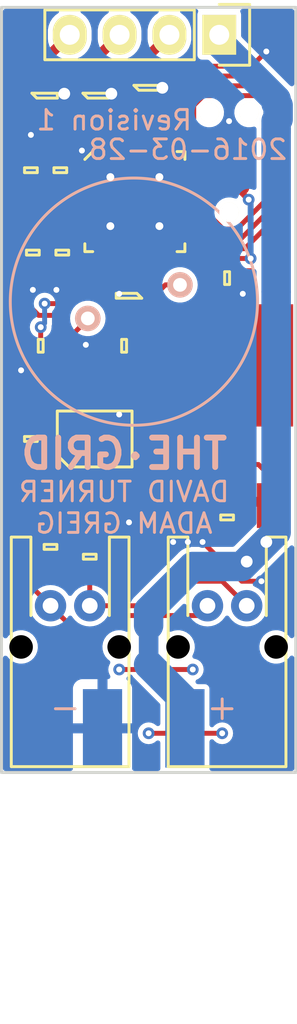
<source format=kicad_pcb>
(kicad_pcb (version 20221018) (generator pcbnew)
  (layers (0 "F.Cu" signal) (31 "B.Cu" signal) (34 "B.Paste" user) (35 "F.Paste" user) (36 "B.SilkS" user "B.Silkscreen") (37 "F.SilkS" user "F.Silkscreen") (38 "B.Mask" user) (39 "F.Mask" user) (44 "Edge.Cuts" user))
  (net 0 "")
  (net 1 "GND")
  (net 2 "+3V3")
  (net 3 "+12V")
  (net 4 "/BUS")
  (net 5 "/BUS_A")
  (net 6 "/BUS_B")
  (net 7 "/SWDIO")
  (net 8 "/SWDCLK")
  (net 9 "/DRIVE_R")
  (net 10 "/DRIVE_G")
  (net 11 "/DRIVE_B")
  (net 12 "Net-(Q4-Pad3)")
  (net 13 "/PIEZO")
  (net 14 "/LED_R")
  (net 15 "/LED_G")
  (net 16 "/LED_B")
  (net 17 "Net-(IC2-Pad4)")
  (net 18 "Net-(IC1-Pad3)")
  (footprint "agg:0603" (layer "F.Cu") (at 118 93.25)
    (fp_text reference "C1" hide)
    (fp_text value "100n" hide)
    (fp_line (start -0.125 -0.325) (end 0.125 -0.325) (stroke (width 0.15)) (layer "F.SilkS"))
    (fp_line (start -0.125 0.325) (end -0.125 -0.325) (stroke (width 0.15)) (layer "F.SilkS"))
    (fp_line (start 0.125 -0.325) (end 0.125 0.325) (stroke (width 0.15)) (layer "F.SilkS"))
    (fp_line (start 0.125 0.325) (end -0.125 0.325) (stroke (width 0.15)) (layer "F.SilkS"))
    (pad "1" smd rect (at -0.8 0) (size 0.95 1) (layers "F.Cu" "F.Paste" "F.Mask") (net 1 "GND"))
    (pad "2" smd rect (at 0.8 0) (size 0.95 1) (layers "F.Cu" "F.Paste" "F.Mask") (net 2 "+3V3"))
  )
  (footprint "agg:0603" (layer "F.Cu") (at 117.5 84.3 90)
    (fp_text reference "C2" hide)
    (fp_text value "4u7" hide)
    (fp_line (start -0.125 -0.325) (end 0.125 -0.325) (stroke (width 0.15)) (layer "F.SilkS"))
    (fp_line (start -0.125 0.325) (end -0.125 -0.325) (stroke (width 0.15)) (layer "F.SilkS"))
    (fp_line (start 0.125 -0.325) (end 0.125 0.325) (stroke (width 0.15)) (layer "F.SilkS"))
    (fp_line (start 0.125 0.325) (end -0.125 0.325) (stroke (width 0.15)) (layer "F.SilkS"))
    (pad "1" smd rect (at -0.8 0 90) (size 0.95 1) (layers "F.Cu" "F.Paste" "F.Mask") (net 2 "+3V3"))
    (pad "2" smd rect (at 0.8 0 90) (size 0.95 1) (layers "F.Cu" "F.Paste" "F.Mask") (net 1 "GND"))
  )
  (footprint "agg:0603" (layer "F.Cu") (at 119 84.3 90)
    (fp_text reference "C3" hide)
    (fp_text value "100n" hide)
    (fp_line (start -0.125 -0.325) (end 0.125 -0.325) (stroke (width 0.15)) (layer "F.SilkS"))
    (fp_line (start -0.125 0.325) (end -0.125 -0.325) (stroke (width 0.15)) (layer "F.SilkS"))
    (fp_line (start 0.125 -0.325) (end 0.125 0.325) (stroke (width 0.15)) (layer "F.SilkS"))
    (fp_line (start 0.125 0.325) (end -0.125 0.325) (stroke (width 0.15)) (layer "F.SilkS"))
    (pad "1" smd rect (at -0.8 0 90) (size 0.95 1) (layers "F.Cu" "F.Paste" "F.Mask") (net 2 "+3V3"))
    (pad "2" smd rect (at 0.8 0 90) (size 0.95 1) (layers "F.Cu" "F.Paste" "F.Mask") (net 1 "GND"))
  )
  (footprint "agg:0603" (layer "F.Cu") (at 119.1 88.5 -90)
    (fp_text reference "C4" hide)
    (fp_text value "10n" hide)
    (fp_line (start -0.125 -0.325) (end 0.125 -0.325) (stroke (width 0.15)) (layer "F.SilkS"))
    (fp_line (start -0.125 0.325) (end -0.125 -0.325) (stroke (width 0.15)) (layer "F.SilkS"))
    (fp_line (start 0.125 -0.325) (end 0.125 0.325) (stroke (width 0.15)) (layer "F.SilkS"))
    (fp_line (start 0.125 0.325) (end -0.125 0.325) (stroke (width 0.15)) (layer "F.SilkS"))
    (pad "1" smd rect (at -0.8 0 270) (size 0.95 1) (layers "F.Cu" "F.Paste" "F.Mask") (net 2 "+3V3"))
    (pad "2" smd rect (at 0.8 0 270) (size 0.95 1) (layers "F.Cu" "F.Paste" "F.Mask") (net 1 "GND"))
  )
  (footprint "agg:0603" (layer "F.Cu") (at 127.5 89.8)
    (fp_text reference "C5" hide)
    (fp_text value "100n" hide)
    (fp_line (start -0.125 -0.325) (end 0.125 -0.325) (stroke (width 0.15)) (layer "F.SilkS"))
    (fp_line (start -0.125 0.325) (end -0.125 -0.325) (stroke (width 0.15)) (layer "F.SilkS"))
    (fp_line (start 0.125 -0.325) (end 0.125 0.325) (stroke (width 0.15)) (layer "F.SilkS"))
    (fp_line (start 0.125 0.325) (end -0.125 0.325) (stroke (width 0.15)) (layer "F.SilkS"))
    (pad "1" smd rect (at -0.8 0) (size 0.95 1) (layers "F.Cu" "F.Paste" "F.Mask") (net 2 "+3V3"))
    (pad "2" smd rect (at 0.8 0) (size 0.95 1) (layers "F.Cu" "F.Paste" "F.Mask") (net 1 "GND"))
  )
  (footprint "agg:0603" (layer "F.Cu") (at 127.5 102 -90)
    (fp_text reference "C6" hide)
    (fp_text value "100n" hide)
    (fp_line (start -0.125 -0.325) (end 0.125 -0.325) (stroke (width 0.15)) (layer "F.SilkS"))
    (fp_line (start -0.125 0.325) (end -0.125 -0.325) (stroke (width 0.15)) (layer "F.SilkS"))
    (fp_line (start 0.125 -0.325) (end 0.125 0.325) (stroke (width 0.15)) (layer "F.SilkS"))
    (fp_line (start 0.125 0.325) (end -0.125 0.325) (stroke (width 0.15)) (layer "F.SilkS"))
    (pad "1" smd rect (at -0.8 0 270) (size 0.95 1) (layers "F.Cu" "F.Paste" "F.Mask") (net 3 "+12V"))
    (pad "2" smd rect (at 0.8 0 270) (size 0.95 1) (layers "F.Cu" "F.Paste" "F.Mask") (net 1 "GND"))
  )
  (footprint "agg:0603" (layer "F.Cu") (at 122.25 93.25 180)
    (fp_text reference "C7" hide)
    (fp_text value "10u" hide)
    (fp_line (start -0.125 -0.325) (end 0.125 -0.325) (stroke (width 0.15)) (layer "F.SilkS"))
    (fp_line (start -0.125 0.325) (end -0.125 -0.325) (stroke (width 0.15)) (layer "F.SilkS"))
    (fp_line (start 0.125 -0.325) (end 0.125 0.325) (stroke (width 0.15)) (layer "F.SilkS"))
    (fp_line (start 0.125 0.325) (end -0.125 0.325) (stroke (width 0.15)) (layer "F.SilkS"))
    (pad "1" smd rect (at -0.8 0 180) (size 0.95 1) (layers "F.Cu" "F.Paste" "F.Mask") (net 2 "+3V3"))
    (pad "2" smd rect (at 0.8 0 180) (size 0.95 1) (layers "F.Cu" "F.Paste" "F.Mask") (net 1 "GND"))
  )
  (footprint "SOIC-8" (layer "F.Cu") (at 120.75 98 90)
    (fp_text reference "IC1" hide)
    (fp_text value "LMx93" hide)
    (fp_line (start -1.425 -1.305) (end -0.825 -1.905) (stroke (width 0.15)) (layer "F.SilkS"))
    (fp_line (start -1.425 1.905) (end -1.425 -1.305) (stroke (width 0.15)) (layer "F.SilkS"))
    (fp_line (start -0.825 -1.905) (end 1.425 -1.905) (stroke (width 0.15)) (layer "F.SilkS"))
    (fp_line (start 1.425 -1.905) (end 1.425 1.905) (stroke (width 0.15)) (layer "F.SilkS"))
    (fp_line (start 1.425 1.905) (end -1.425 1.905) (stroke (width 0.15)) (layer "F.SilkS"))
    (pad "1" smd rect (at -2.7 -1.905 90) (size 1.55 0.6) (layers "F.Cu" "F.Paste" "F.Mask") (net 4 "/BUS"))
    (pad "2" smd rect (at -2.7 -0.635 90) (size 1.55 0.6) (layers "F.Cu" "F.Paste" "F.Mask") (net 5 "/BUS_A"))
    (pad "3" smd rect (at -2.7 0.635 90) (size 1.55 0.6) (layers "F.Cu" "F.Paste" "F.Mask") (net 18 "Net-(IC1-Pad3)"))
    (pad "4" smd rect (at -2.7 1.905 90) (size 1.55 0.6) (layers "F.Cu" "F.Paste" "F.Mask") (net 1 "GND"))
    (pad "5" smd rect (at 2.7 1.905 90) (size 1.55 0.6) (layers "F.Cu" "F.Paste" "F.Mask") (net 1 "GND"))
    (pad "6" smd rect (at 2.7 0.635 90) (size 1.55 0.6) (layers "F.Cu" "F.Paste" "F.Mask") (net 1 "GND"))
    (pad "7" smd rect (at 2.7 -0.635 90) (size 1.55 0.6) (layers "F.Cu" "F.Paste" "F.Mask"))
    (pad "8" smd rect (at 2.7 -1.905 90) (size 1.55 0.6) (layers "F.Cu" "F.Paste" "F.Mask") (net 2 "+3V3"))
  )
  (footprint "agg:S02B-PASK-2" (layer "F.Cu") (at 119.5 106.5 180)
    (fp_text reference "P2" hide)
    (fp_text value "BUS_IN" hide)
    (fp_line (start -3 -8.2) (end -3 3.5) (stroke (width 0.15)) (layer "F.SilkS"))
    (fp_line (start -3 -8.2) (end 3 -8.2) (stroke (width 0.15)) (layer "F.SilkS"))
    (fp_line (start -3 3.5) (end -2 3.5) (stroke (width 0.15)) (layer "F.SilkS"))
    (fp_line (start -2 3.5) (end -2 -0.5) (stroke (width 0.15)) (layer "F.SilkS"))
    (fp_line (start 2 3.5) (end 2 -0.5) (stroke (width 0.15)) (layer "F.SilkS"))
    (fp_line (start 3 -8.2) (end 3 3.5) (stroke (width 0.15)) (layer "F.SilkS"))
    (fp_line (start 3 3.5) (end 2 3.5) (stroke (width 0.15)) (layer "F.SilkS"))
    (pad "" np_thru_hole circle (at -2.5 -2.1 180) (size 1.2 1.2) (drill 1.2) (layers "*.Mask"))
    (pad "" np_thru_hole circle (at 2.5 -2.1 180) (size 1.2 1.2) (drill 1.2) (layers "*.Mask"))
    (pad "1" thru_hole circle (at 1 0 180) (size 1.6 1.6) (drill 0.8) (layers "*.Cu" "*.Mask") (net 5 "/BUS_A"))
    (pad "2" thru_hole circle (at -1 0 180) (size 1.6 1.6) (drill 0.8) (layers "*.Cu" "*.Mask") (net 6 "/BUS_B"))
  )
  (footprint "agg:S02B-PASK-2" (layer "F.Cu") (at 127.5 106.5 180)
    (fp_text reference "P3" hide)
    (fp_text value "BUS_OUT" hide)
    (fp_line (start -3 -8.2) (end -3 3.5) (stroke (width 0.15)) (layer "F.SilkS"))
    (fp_line (start -3 -8.2) (end 3 -8.2) (stroke (width 0.15)) (layer "F.SilkS"))
    (fp_line (start -3 3.5) (end -2 3.5) (stroke (width 0.15)) (layer "F.SilkS"))
    (fp_line (start -2 3.5) (end -2 -0.5) (stroke (width 0.15)) (layer "F.SilkS"))
    (fp_line (start 2 3.5) (end 2 -0.5) (stroke (width 0.15)) (layer "F.SilkS"))
    (fp_line (start 3 -8.2) (end 3 3.5) (stroke (width 0.15)) (layer "F.SilkS"))
    (fp_line (start 3 3.5) (end 2 3.5) (stroke (width 0.15)) (layer "F.SilkS"))
    (pad "" np_thru_hole circle (at -2.5 -2.1 180) (size 1.2 1.2) (drill 1.2) (layers "*.Mask"))
    (pad "" np_thru_hole circle (at 2.5 -2.1 180) (size 1.2 1.2) (drill 1.2) (layers "*.Mask"))
    (pad "1" thru_hole circle (at 1 0 180) (size 1.6 1.6) (drill 0.8) (layers "*.Cu" "*.Mask") (net 5 "/BUS_A"))
    (pad "2" thru_hole circle (at -1 0 180) (size 1.6 1.6) (drill 0.8) (layers "*.Cu" "*.Mask") (net 6 "/BUS_B"))
  )
  (footprint "agg:TC2030-NL" (layer "F.Cu") (at 127.6 83.9 90)
    (fp_text reference "P4" hide)
    (fp_text value "SWD_TC" hide)
    (pad "" np_thru_hole circle (at -2.54 0.005 90) (size 1 1) (drill 1) (layers "*.Cu" "*.Mask" "F.SilkS"))
    (pad "" np_thru_hole circle (at 2.54 -1.011 90) (size 1 1) (drill 1) (layers "*.Cu" "*.Mask" "F.SilkS"))
    (pad "" np_thru_hole circle (at 2.54 1.021 90) (size 1 1) (drill 1) (layers "*.Cu" "*.Mask" "F.SilkS"))
    (pad "1" smd circle (at -1.27 0.64 90) (size 0.787 0.787) (layers "F.Cu" "F.Mask") (net 2 "+3V3"))
    (pad "2" smd circle (at -1.27 -0.63 90) (size 0.787 0.787) (layers "F.Cu" "F.Mask") (net 7 "/SWDIO"))
    (pad "3" smd circle (at 0 0.64 90) (size 0.787 0.787) (layers "F.Cu" "F.Mask"))
    (pad "4" smd circle (at 0 -0.63 90) (size 0.787 0.787) (layers "F.Cu" "F.Mask") (net 8 "/SWDCLK"))
    (pad "5" smd circle (at 1.27 0.64 90) (size 0.787 0.787) (layers "F.Cu" "F.Mask") (net 1 "GND"))
    (pad "6" smd circle (at 1.27 -0.63 90) (size 0.787 0.787) (layers "F.Cu" "F.Mask"))
  )
  (footprint "Pin_Headers:Pin_Header_Straight_1x04" (layer "F.Cu") (at 127.1 77.4 -90)
    (fp_text reference "P5" hide)
    (fp_text value "LEDs" hide)
    (fp_line (start -1.55 -1.55) (end 1.55 -1.55) (stroke (width 0.15)) (layer "F.SilkS"))
    (fp_line (start -1.55 0) (end -1.55 -1.55) (stroke (width 0.15)) (layer "F.SilkS"))
    (fp_line (start -1.27 1.27) (end -1.27 8.89) (stroke (width 0.15)) (layer "F.SilkS"))
    (fp_line (start -1.27 8.89) (end 1.27 8.89) (stroke (width 0.15)) (layer "F.SilkS"))
    (fp_line (start 1.27 1.27) (end -1.27 1.27) (stroke (width 0.15)) (layer "F.SilkS"))
    (fp_line (start 1.27 1.27) (end 1.27 8.89) (stroke (width 0.15)) (layer "F.SilkS"))
    (fp_line (start 1.55 -1.55) (end 1.55 0) (stroke (width 0.15)) (layer "F.SilkS"))
    (pad "1" thru_hole rect (at 0 0 270) (size 2.032 1.7272) (drill 1.016) (layers "*.Cu" "*.Mask" "F.SilkS") (net 3 "+12V"))
    (pad "2" thru_hole oval (at 0 2.54 270) (size 2.032 1.7272) (drill 1.016) (layers "*.Cu" "*.Mask" "F.SilkS") (net 9 "/DRIVE_R"))
    (pad "3" thru_hole oval (at 0 5.08 270) (size 2.032 1.7272) (drill 1.016) (layers "*.Cu" "*.Mask" "F.SilkS") (net 10 "/DRIVE_G"))
    (pad "4" thru_hole oval (at 0 7.62 270) (size 2.032 1.7272) (drill 1.016) (layers "*.Cu" "*.Mask" "F.SilkS") (net 11 "/DRIVE_B"))
  )
  (footprint "agg:0603" (layer "F.Cu") (at 117.5 98 -90)
    (fp_text reference "R1" hide)
    (fp_text value "10k" hide)
    (fp_line (start -0.125 -0.325) (end 0.125 -0.325) (stroke (width 0.15)) (layer "F.SilkS"))
    (fp_line (start -0.125 0.325) (end -0.125 -0.325) (stroke (width 0.15)) (layer "F.SilkS"))
    (fp_line (start 0.125 -0.325) (end 0.125 0.325) (stroke (width 0.15)) (layer "F.SilkS"))
    (fp_line (start 0.125 0.325) (end -0.125 0.325) (stroke (width 0.15)) (layer "F.SilkS"))
    (pad "1" smd rect (at -0.8 0 270) (size 0.95 1) (layers "F.Cu" "F.Paste" "F.Mask") (net 2 "+3V3"))
    (pad "2" smd rect (at 0.8 0 270) (size 0.95 1) (layers "F.Cu" "F.Paste" "F.Mask") (net 4 "/BUS"))
  )
  (footprint "thegrid:TO-252-3" (layer "F.Cu") (at 127.5 94.25)
    (fp_text reference "U1" hide)
    (fp_text value "LD1117S33TR" hide)
    (pad "1" smd rect (at -2.28 7.145) (size 1.524 2.28) (layers "F.Cu" "F.Paste" "F.Mask") (net 1 "GND"))
    (pad "2" smd rect (at 0 0) (size 6.74 6.23) (layers "F.Cu" "F.Paste" "F.Mask") (net 2 "+3V3"))
    (pad "3" smd rect (at 2.28 7.145) (size 1.524 2.28) (layers "F.Cu" "F.Paste" "F.Mask") (net 3 "+12V"))
  )
  (footprint "agg:QFN-32-EP-ST" (layer "F.Cu") (at 122.8 85.9)
    (fp_text reference "IC2" hide)
    (fp_text value "STM32F0xxKxUx" hide)
    (fp_line (start -2.55 -2.15) (end -2.15 -2.55) (stroke (width 0.15)) (layer "F.SilkS"))
    (fp_line (start -2.55 2.55) (end -2.55 2.15) (stroke (width 0.15)) (layer "F.SilkS"))
    (fp_line (start -2.15 2.55) (end -2.55 2.55) (stroke (width 0.15)) (layer "F.SilkS"))
    (fp_line (start 2.15 -2.55) (end 2.55 -2.55) (stroke (width 0.15)) (layer "F.SilkS"))
    (fp_line (start 2.15 2.55) (end 2.55 2.55) (stroke (width 0.15)) (layer "F.SilkS"))
    (fp_line (start 2.55 -2.55) (end 2.55 -2.15) (stroke (width 0.15)) (layer "F.SilkS"))
    (fp_line (start 2.55 2.55) (end 2.55 2.15) (stroke (width 0.15)) (layer "F.SilkS"))
    (pad "1" smd rect (at -2.35 -1.75) (size 0.6 0.3) (layers "F.Cu" "F.Paste" "F.Mask") (net 2 "+3V3"))
    (pad "2" smd rect (at -2.35 -1.25) (size 0.6 0.3) (layers "F.Cu" "F.Paste" "F.Mask"))
    (pad "3" smd rect (at -2.35 -0.75) (size 0.6 0.3) (layers "F.Cu" "F.Paste" "F.Mask"))
    (pad "4" smd rect (at -2.35 -0.25) (size 0.6 0.3) (layers "F.Cu" "F.Paste" "F.Mask") (net 17 "Net-(IC2-Pad4)"))
    (pad "5" smd rect (at -2.35 0.25) (size 0.6 0.3) (layers "F.Cu" "F.Paste" "F.Mask") (net 2 "+3V3"))
    (pad "6" smd rect (at -2.35 0.75) (size 0.6 0.3) (layers "F.Cu" "F.Paste" "F.Mask"))
    (pad "7" smd rect (at -2.35 1.25) (size 0.6 0.3) (layers "F.Cu" "F.Paste" "F.Mask"))
    (pad "8" smd rect (at -2.35 1.75) (size 0.6 0.3) (layers "F.Cu" "F.Paste" "F.Mask"))
    (pad "9" smd rect (at -1.75 2.35) (size 0.3 0.6) (layers "F.Cu" "F.Paste" "F.Mask") (net 4 "/BUS"))
    (pad "10" smd rect (at -1.25 2.35) (size 0.3 0.6) (layers "F.Cu" "F.Paste" "F.Mask") (net 13 "/PIEZO"))
    (pad "11" smd rect (at -0.75 2.35) (size 0.3 0.6) (layers "F.Cu" "F.Paste" "F.Mask"))
    (pad "12" smd rect (at -0.25 2.35) (size 0.3 0.6) (layers "F.Cu" "F.Paste" "F.Mask"))
    (pad "13" smd rect (at 0.25 2.35) (size 0.3 0.6) (layers "F.Cu" "F.Paste" "F.Mask"))
    (pad "14" smd rect (at 0.75 2.35) (size 0.3 0.6) (layers "F.Cu" "F.Paste" "F.Mask"))
    (pad "15" smd rect (at 1.25 2.35) (size 0.3 0.6) (layers "F.Cu" "F.Paste" "F.Mask"))
    (pad "16" smd rect (at 1.75 2.35) (size 0.3 0.6) (layers "F.Cu" "F.Paste" "F.Mask"))
    (pad "17" smd rect (at 2.35 1.75) (size 0.6 0.3) (layers "F.Cu" "F.Paste" "F.Mask") (net 2 "+3V3"))
    (pad "18" smd rect (at 2.35 1.25) (size 0.6 0.3) (layers "F.Cu" "F.Paste" "F.Mask") (net 14 "/LED_R"))
    (pad "19" smd rect (at 2.35 0.75) (size 0.6 0.3) (layers "F.Cu" "F.Paste" "F.Mask") (net 15 "/LED_G"))
    (pad "20" smd rect (at 2.35 0.25) (size 0.6 0.3) (layers "F.Cu" "F.Paste" "F.Mask") (net 16 "/LED_B"))
    (pad "21" smd rect (at 2.35 -0.25) (size 0.6 0.3) (layers "F.Cu" "F.Paste" "F.Mask"))
    (pad "22" smd rect (at 2.35 -0.75) (size 0.6 0.3) (layers "F.Cu" "F.Paste" "F.Mask"))
    (pad "23" smd rect (at 2.35 -1.25) (size 0.6 0.3) (layers "F.Cu" "F.Paste" "F.Mask") (net 7 "/SWDIO"))
    (pad "24" smd rect (at 2.35 -1.75) (size 0.6 0.3) (layers "F.Cu" "F.Paste" "F.Mask") (net 8 "/SWDCLK"))
    (pad "25" smd rect (at 1.75 -2.35) (size 0.3 0.6) (layers "F.Cu" "F.Paste" "F.Mask"))
    (pad "26" smd rect (at 1.25 -2.35) (size 0.3 0.6) (layers "F.Cu" "F.Paste" "F.Mask"))
    (pad "27" smd rect (at 0.75 -2.35) (size 0.3 0.6) (layers "F.Cu" "F.Paste" "F.Mask"))
    (pad "28" smd rect (at 0.25 -2.35) (size 0.3 0.6) (layers "F.Cu" "F.Paste" "F.Mask"))
    (pad "29" smd rect (at -0.25 -2.35) (size 0.3 0.6) (layers "F.Cu" "F.Paste" "F.Mask"))
    (pad "30" smd rect (at -0.75 -2.35) (size 0.3 0.6) (layers "F.Cu" "F.Paste" "F.Mask"))
    (pad "31" smd rect (at -1.25 -2.35) (size 0.3 0.6) (layers "F.Cu" "F.Paste" "F.Mask") (net 1 "GND"))
    (pad "32" smd rect (at -1.75 -2.35) (size 0.3 0.6) (layers "F.Cu" "F.Paste" "F.Mask"))
    (pad "EP" thru_hole circle (at -1.25 -1.25) (size 0.6 0.6) (drill 0.4) (layers "*.Cu") (net 1 "GND"))
    (pad "EP" thru_hole circle (at -1.25 1.25) (size 0.6 0.6) (drill 0.4) (layers "*.Cu") (net 1 "GND"))
    (pad "EP" smd rect (at 0 0) (size 1 1) (layers "F.Cu" "F.Paste") (net 1 "GND"))
    (pad "EP" smd rect (at 0 0) (size 2 2) (layers "F.Cu" "F.Mask") (net 1 "GND"))
    (pad "EP" smd rect (at 0 0) (size 3.45 3.45) (layers "F.Cu") (net 1 "GND"))
    (pad "EP" thru_hole circle (at 1.25 -1.25) (size 0.6 0.6) (drill 0.4) (layers "*.Cu") (net 1 "GND"))
    (pad "EP" thru_hole circle (at 1.25 1.25) (size 0.6 0.6) (drill 0.4) (layers "*.Cu") (net 1 "GND"))
  )
  (footprint "agg:SOT-323" (layer "F.Cu") (at 123.4 80.1 90)
    (fp_text reference "Q1" hide)
    (fp_text value "MTM232270LBF" hide)
    (fp_line (start -0.125 -0.4) (end 0.125 -0.65) (stroke (width 0.15)) (layer "F.SilkS"))
    (fp_line (start -0.125 0.65) (end -0.125 -0.4) (stroke (width 0.15)) (layer "F.SilkS"))
    (fp_line (start 0.125 -0.65) (end 0.125 -0.65) (stroke (width 0.15)) (layer "F.SilkS"))
    (fp_line (start 0.125 -0.65) (end 0.125 0.65) (stroke (width 0.15)) (layer "F.SilkS"))
    (fp_line (start 0.125 0.65) (end -0.125 0.65) (stroke (width 0.15)) (layer "F.SilkS"))
    (pad "1" smd rect (at -1.05 -0.65 90) (size 0.85 0.55) (layers "F.Cu" "F.Paste" "F.Mask") (net 14 "/LED_R"))
    (pad "2" smd rect (at -1.05 0.65 90) (size 0.85 0.55) (layers "F.Cu" "F.Paste" "F.Mask") (net 1 "GND"))
    (pad "3" smd rect (at 1.05 0 90) (size 0.85 0.55) (layers "F.Cu" "F.Paste" "F.Mask") (net 9 "/DRIVE_R"))
  )
  (footprint "agg:SOT-323" (layer "F.Cu") (at 120.8 80.5 90)
    (fp_text reference "Q2" hide)
    (fp_text value "MTM232270LBF" hide)
    (fp_line (start -0.125 -0.4) (end 0.125 -0.65) (stroke (width 0.15)) (layer "F.SilkS"))
    (fp_line (start -0.125 0.65) (end -0.125 -0.4) (stroke (width 0.15)) (layer "F.SilkS"))
    (fp_line (start 0.125 -0.65) (end 0.125 -0.65) (stroke (width 0.15)) (layer "F.SilkS"))
    (fp_line (start 0.125 -0.65) (end 0.125 0.65) (stroke (width 0.15)) (layer "F.SilkS"))
    (fp_line (start 0.125 0.65) (end -0.125 0.65) (stroke (width 0.15)) (layer "F.SilkS"))
    (pad "1" smd rect (at -1.05 -0.65 90) (size 0.85 0.55) (layers "F.Cu" "F.Paste" "F.Mask") (net 15 "/LED_G"))
    (pad "2" smd rect (at -1.05 0.65 90) (size 0.85 0.55) (layers "F.Cu" "F.Paste" "F.Mask") (net 1 "GND"))
    (pad "3" smd rect (at 1.05 0 90) (size 0.85 0.55) (layers "F.Cu" "F.Paste" "F.Mask") (net 10 "/DRIVE_G"))
  )
  (footprint "agg:SOT-323" (layer "F.Cu") (at 118.2 80.5 90)
    (fp_text reference "Q3" hide)
    (fp_text value "MTM232270LBF" hide)
    (fp_line (start -0.125 -0.4) (end 0.125 -0.65) (stroke (width 0.15)) (layer "F.SilkS"))
    (fp_line (start -0.125 0.65) (end -0.125 -0.4) (stroke (width 0.15)) (layer "F.SilkS"))
    (fp_line (start 0.125 -0.65) (end 0.125 -0.65) (stroke (width 0.15)) (layer "F.SilkS"))
    (fp_line (start 0.125 -0.65) (end 0.125 0.65) (stroke (width 0.15)) (layer "F.SilkS"))
    (fp_line (start 0.125 0.65) (end -0.125 0.65) (stroke (width 0.15)) (layer "F.SilkS"))
    (pad "1" smd rect (at -1.05 -0.65 90) (size 0.85 0.55) (layers "F.Cu" "F.Paste" "F.Mask") (net 16 "/LED_B"))
    (pad "2" smd rect (at -1.05 0.65 90) (size 0.85 0.55) (layers "F.Cu" "F.Paste" "F.Mask") (net 1 "GND"))
    (pad "3" smd rect (at 1.05 0 90) (size 0.85 0.55) (layers "F.Cu" "F.Paste" "F.Mask") (net 11 "/DRIVE_B"))
  )
  (footprint "agg:SOT-323" (layer "F.Cu") (at 122.5 90.7 -90)
    (fp_text reference "Q4" hide)
    (fp_text value "MTM232270LBF" hide)
    (fp_line (start -0.125 -0.4) (end 0.125 -0.65) (stroke (width 0.15)) (layer "F.SilkS"))
    (fp_line (start -0.125 0.65) (end -0.125 -0.4) (stroke (width 0.15)) (layer "F.SilkS"))
    (fp_line (start 0.125 -0.65) (end 0.125 -0.65) (stroke (width 0.15)) (layer "F.SilkS"))
    (fp_line (start 0.125 -0.65) (end 0.125 0.65) (stroke (width 0.15)) (layer "F.SilkS"))
    (fp_line (start 0.125 0.65) (end -0.125 0.65) (stroke (width 0.15)) (layer "F.SilkS"))
    (pad "1" smd rect (at -1.05 -0.65 270) (size 0.85 0.55) (layers "F.Cu" "F.Paste" "F.Mask") (net 13 "/PIEZO"))
    (pad "2" smd rect (at -1.05 0.65 270) (size 0.85 0.55) (layers "F.Cu" "F.Paste" "F.Mask") (net 1 "GND"))
    (pad "3" smd rect (at 1.05 0 270) (size 0.85 0.55) (layers "F.Cu" "F.Paste" "F.Mask") (net 12 "Net-(Q4-Pad3)"))
  )
  (footprint "agg:0603" (layer "F.Cu") (at 117.6 88.5 -90)
    (fp_text reference "C8" hide)
    (fp_text value "1u" hide)
    (fp_line (start -0.125 -0.325) (end 0.125 -0.325) (stroke (width 0.15)) (layer "F.SilkS"))
    (fp_line (start -0.125 0.325) (end -0.125 -0.325) (stroke (width 0.15)) (layer "F.SilkS"))
    (fp_line (start 0.125 -0.325) (end 0.125 0.325) (stroke (width 0.15)) (layer "F.SilkS"))
    (fp_line (start 0.125 0.325) (end -0.125 0.325) (stroke (width 0.15)) (layer "F.SilkS"))
    (pad "1" smd rect (at -0.8 0 270) (size 0.95 1) (layers "F.Cu" "F.Paste" "F.Mask") (net 2 "+3V3"))
    (pad "2" smd rect (at 0.8 0 270) (size 0.95 1) (layers "F.Cu" "F.Paste" "F.Mask") (net 1 "GND"))
  )
  (footprint "agg:TESTPAD" (layer "F.Cu") (at 117.5 86.4)
    (fp_text reference "TP1" hide)
    (fp_text value "RST" hide)
    (pad "1" smd circle (at 0 0) (size 1 1) (layers "F.Cu" "F.Mask") (net 17 "Net-(IC2-Pad4)"))
  )
  (footprint "agg:0603" (layer "F.Cu") (at 120.5 104 -90)
    (fp_text reference "R2" hide)
    (fp_text value "10k" hide)
    (fp_line (start -0.125 -0.325) (end 0.125 -0.325) (stroke (width 0.15)) (layer "F.SilkS"))
    (fp_line (start -0.125 0.325) (end -0.125 -0.325) (stroke (width 0.15)) (layer "F.SilkS"))
    (fp_line (start 0.125 -0.325) (end 0.125 0.325) (stroke (width 0.15)) (layer "F.SilkS"))
    (fp_line (start 0.125 0.325) (end -0.125 0.325) (stroke (width 0.15)) (layer "F.SilkS"))
    (pad "1" smd rect (at -0.8 0 270) (size 0.95 1) (layers "F.Cu" "F.Paste" "F.Mask") (net 18 "Net-(IC1-Pad3)"))
    (pad "2" smd rect (at 0.8 0 270) (size 0.95 1) (layers "F.Cu" "F.Paste" "F.Mask") (net 6 "/BUS_B"))
  )
  (footprint "agg:0603" (layer "F.Cu") (at 118.5 103.5 -90)
    (fp_text reference "R3" hide)
    (fp_text value "1M" hide)
    (fp_line (start -0.125 -0.325) (end 0.125 -0.325) (stroke (width 0.15)) (layer "F.SilkS"))
    (fp_line (start -0.125 0.325) (end -0.125 -0.325) (stroke (width 0.15)) (layer "F.SilkS"))
    (fp_line (start 0.125 -0.325) (end 0.125 0.325) (stroke (width 0.15)) (layer "F.SilkS"))
    (fp_line (start 0.125 0.325) (end -0.125 0.325) (stroke (width 0.15)) (layer "F.SilkS"))
    (pad "1" smd rect (at -0.8 0 270) (size 0.95 1) (layers "F.Cu" "F.Paste" "F.Mask") (net 4 "/BUS"))
    (pad "2" smd rect (at 0.8 0 270) (size 0.95 1) (layers "F.Cu" "F.Paste" "F.Mask") (net 18 "Net-(IC1-Pad3)"))
  )
  (footprint "thegrid:minipow_edge" (layer "B.Cu") (at 123.25 114.75 180)
    (fp_text reference "P1" hide)
    (fp_text value "POWER_IN" hide)
    (fp_line (start -4 3.5) (end -4 2.5) (stroke (width 0.15)) (layer "B.SilkS"))
    (fp_line (start -3.5 3) (end -4.5 3) (stroke (width 0.15)) (layer "B.SilkS"))
    (fp_line (start 4.5 3) (end 3.5 3) (stroke (width 0.15)) (layer "B.SilkS"))
    (pad "1" smd rect (at 2.1 2) (size 2 4) (layers "B.Cu" "B.Mask") (net 1 "GND"))
    (pad "2" smd rect (at -2.1 2) (size 2 4) (layers "B.Cu" "B.Mask") (net 3 "+12V"))
  )
  (footprint "thegrid:piezo" (layer "B.Cu") (at 122.75 91 20)
    (fp_text reference "SP1" hide)
    (fp_text value "SPEAKER" hide)
    (fp_circle (center 0 0) (end -6.3 0) (stroke (width 0.15)) (fill none) (layer "B.SilkS"))
    (pad "1" thru_hole circle (at -2.5 0 20) (size 1.3 1.3) (drill 0.7) (layers "*.Cu" "*.Mask" "B.SilkS") (net 3 "+12V"))
    (pad "2" thru_hole circle (at 2.5 0 20) (size 1.3 1.3) (drill 0.7) (layers "*.Cu" "*.Mask" "B.SilkS") (net 12 "Net-(Q4-Pad3)"))
  )
  (gr_line (start 131 115) (end 116 115) (stroke (width 0.15)) (layer "Edge.Cuts"))
  (gr_line (start 116 76) (end 116 115) (stroke (width 0.15)) (layer "Edge.Cuts"))
  (gr_line (start 116 76) (end 131 76) (stroke (width 0.15)) (layer "Edge.Cuts"))
  (gr_line (start 131 115) (end 131 76) (stroke (width 0.15)) (layer "Edge.Cuts"))
  (gr_text "2016-03-28" (at 125.5 83.25) (layer "B.SilkS") (effects (font (size 1 1)) (justify mirror)))
  (gr_text "DAVID TURNER\nADAM GREIG" (at 122.25 101.5) (layer "B.SilkS") (effects (font (size 1 1)) (justify mirror)))
  (gr_text "THE·GRID" (at 122.25 98.75) (layer "B.SilkS") (effects (font (size 1.5 1.5) (thickness 0.3)) (justify mirror)))
  (gr_text "Revision 1" (at 121.75 81.75) (layer "B.SilkS") (effects (font (size 1 1)) (justify mirror)))
  (segment (start 123.5 113) (end 127.25 113) (width 0.25) (layer "F.Cu") (net 0))
  (segment (start 122 109.75) (end 125.75 109.75) (width 0.25) (layer "F.Cu") (net 0))
  (via (at 122 109.75) (size 0.6) (drill 0.3) (layers "F.Cu" "B.Cu") (net 0))
  (via (at 127.25 113) (size 0.6) (drill 0.3) (layers "F.Cu" "B.Cu") (net 0))
  (via (at 123.5 113) (size 0.6) (drill 0.3) (layers "F.Cu" "B.Cu") (net 0))
  (via (at 125.75 109.75) (size 0.6) (drill 0.3) (layers "F.Cu" "B.Cu") (net 0))
  (segment (start 122.655 102.095) (end 122.5 102.25) (width 0.25) (layer "F.Cu") (net 1))
  (segment (start 121.385 96.385) (end 121.75 96.75) (width 0.25) (layer "F.Cu") (net 1))
  (segment (start 121.75 96.75) (end 122 96.75) (width 0.25) (layer "F.Cu") (net 1))
  (segment (start 122.655 96.595) (end 122.5 96.75) (width 0.25) (layer "F.Cu") (net 1))
  (segment (start 122.5 96.75) (end 122 96.75) (width 0.25) (layer "F.Cu") (net 1))
  (segment (start 125.22 102.97) (end 125.5 103.25) (width 0.5) (layer "F.Cu") (net 1))
  (segment (start 121.385 94.885) (end 121.385 95.3) (width 0.25) (layer "F.Cu") (net 1))
  (segment (start 117.2 94.3) (end 117 94.5) (width 0.25) (layer "F.Cu") (net 1))
  (segment (start 120.35 93.25) (end 120.3 93.2) (width 0.25) (layer "F.Cu") (net 1))
  (segment (start 121.85 90.45) (end 122 90.6) (width 0.25) (layer "F.Cu") (net 1))
  (segment (start 119.1 90.1) (end 118.8 90.4) (width 0.25) (layer "F.Cu") (net 1))
  (segment (start 128.24 82.44) (end 127.6 81.8) (width 0.25) (layer "F.Cu") (net 1))
  (segment (start 119.9 83.5) (end 120.1 83.3) (width 0.25) (layer "F.Cu") (net 1))
  (segment (start 118.85 80.75) (end 119.2 80.4) (width 0.5) (layer "F.Cu") (net 1))
  (segment (start 121.45 80.55) (end 121.6 80.4) (width 0.5) (layer "F.Cu") (net 1))
  (segment (start 124.05 80.25) (end 124.2 80.1) (width 0.5) (layer "F.Cu") (net 1))
  (segment (start 126.7 102.8) (end 126.25 103.25) (width 0.5) (layer "F.Cu") (net 1))
  (segment (start 128.25 105.25) (end 129.25 105.25) (width 0.25) (layer "F.Cu") (net 1))
  (segment (start 124.4 80.1) (end 125.5 79) (width 0.25) (layer "F.Cu") (net 1))
  (segment (start 125.5 79) (end 128.75 79) (width 0.25) (layer "F.Cu") (net 1))
  (segment (start 128.75 79) (end 129.5 78.25) (width 0.25) (layer "F.Cu") (net 1))
  (segment (start 128.24 82.63) (end 128.24 82.44) (width 0.25) (layer "F.Cu") (net 1))
  (segment (start 126.25 103.25) (end 125.5 103.25) (width 0.3) (layer "F.Cu") (net 1))
  (segment (start 117.2 93.25) (end 117.2 94.3) (width 0.25) (layer "F.Cu") (net 1))
  (segment (start 128.3 89.8) (end 128.3 90.6) (width 0.25) (layer "F.Cu") (net 1))
  (segment (start 122.655 100.7) (end 122.655 102.095) (width 0.25) (layer "F.Cu") (net 1))
  (segment (start 121.385 96.385) (end 121.385 95.3) (width 0.25) (layer "F.Cu") (net 1))
  (segment (start 124.75 103.25) (end 125.5 103.25) (width 0.3) (layer "F.Cu") (net 1))
  (segment (start 122.655 95.3) (end 122.655 96.595) (width 0.25) (layer "F.Cu") (net 1))
  (segment (start 124.05 81.15) (end 124.05 80.25) (width 0.5) (layer "F.Cu") (net 1))
  (segment (start 119 83.5) (end 119.9 83.5) (width 0.25) (layer "F.Cu") (net 1))
  (segment (start 125.22 101.395) (end 125.22 102.97) (width 0.5) (layer "F.Cu") (net 1))
  (segment (start 121.85 89.65) (end 121.85 90.45) (width 0.25) (layer "F.Cu") (net 1))
  (segment (start 121.45 81.55) (end 121.45 80.55) (width 0.5) (layer "F.Cu") (net 1))
  (segment (start 127.5 102.8) (end 126.7 102.8) (width 0.5) (layer "F.Cu") (net 1))
  (segment (start 117.5 83.5) (end 117.5 82.5) (width 0.25) (layer "F.Cu") (net 1))
  (segment (start 119.1 89.3) (end 119.1 90.1) (width 0.25) (layer "F.Cu") (net 1))
  (segment (start 121.55 83.55) (end 121.55 84.65) (width 0.25) (layer "F.Cu") (net 1))
  (segment (start 126.25 103.25) (end 128.25 105.25) (width 0.25) (layer "F.Cu") (net 1))
  (segment (start 118.85 81.55) (end 118.85 80.75) (width 0.5) (layer "F.Cu") (net 1))
  (segment (start 121.45 93.25) (end 120.35 93.25) (width 0.25) (layer "F.Cu") (net 1))
  (segment (start 124.2 80.1) (end 124.4 80.1) (width 0.25) (layer "F.Cu") (net 1))
  (segment (start 117.6 89.3) (end 117.6 90.4) (width 0.25) (layer "F.Cu") (net 1))
  (via (at 124.75 103.25) (size 0.6) (drill 0.3) (layers "F.Cu" "B.Cu") (net 1))
  (via (at 126.25 103.25) (size 0.6) (drill 0.3) (layers "F.Cu" "B.Cu") (net 1))
  (via (at 118.8 90.4) (size 0.6) (drill 0.3) (layers "F.Cu" "B.Cu") (net 1))
  (via (at 127.6 81.8) (size 0.6) (drill 0.3) (layers "F.Cu" "B.Cu") (net 1))
  (via (at 121.6 80.4) (size 1) (drill 0.6) (layers "F.Cu" "B.Cu") (net 1))
  (via (at 122 96.75) (size 0.6) (drill 0.3) (layers "F.Cu" "B.Cu") (net 1))
  (via (at 122.5 102.25) (size 0.6) (drill 0.3) (layers "F.Cu" "B.Cu") (net 1))
  (via (at 124.2 80.1) (size 1) (drill 0.6) (layers "F.Cu" "B.Cu") (net 1))
  (via (at 119.2 80.4) (size 1) (drill 0.6) (layers "F.Cu" "B.Cu") (net 1))
  (via (at 129.25 105.25) (size 0.6) (drill 0.3) (layers "F.Cu" "B.Cu") (net 1))
  (via (at 117 94.5) (size 0.6) (drill 0.3) (layers "F.Cu" "B.Cu") (net 1))
  (via (at 129.5 78.25) (size 0.6) (drill 0.3) (layers "F.Cu" "B.Cu") (net 1))
  (via (at 125.5 103.25) (size 0.6) (drill 0.3) (layers "F.Cu" "B.Cu") (net 1))
  (via (at 120.1 83.3) (size 0.6) (drill 0.3) (layers "F.Cu" "B.Cu") (net 1))
  (via (at 122 90.6) (size 0.6) (drill 0.3) (layers "F.Cu" "B.Cu") (net 1))
  (via (at 128.3 90.6) (size 0.6) (drill 0.3) (layers "F.Cu" "B.Cu") (net 1))
  (via (at 117.6 90.4) (size 0.6) (drill 0.3) (layers "F.Cu" "B.Cu") (net 1))
  (via (at 120.3 93.2) (size 0.6) (drill 0.3) (layers "F.Cu" "B.Cu") (net 1))
  (via (at 117.5 82.5) (size 0.6) (drill 0.3) (layers "F.Cu" "B.Cu") (net 1))
  (segment (start 118.745 95.2) (end 118.845 95.3) (width 0.25) (layer "F.Cu") (net 2))
  (segment (start 126.75 93.5) (end 127.5 94.25) (width 0.5) (layer "F.Cu") (net 2))
  (segment (start 117.5 96) (end 118.2 95.3) (width 0.25) (layer "F.Cu") (net 2))
  (segment (start 118.2 95.3) (end 118.845 95.3) (width 0.25) (layer "F.Cu") (net 2))
  (segment (start 125.2 91.95) (end 127.5 94.25) (width 0.25) (layer "F.Cu") (net 2))
  (segment (start 118.845 93.295) (end 118.845 95.3) (width 0.25) (layer "F.Cu") (net 2))
  (segment (start 126.5 93.25) (end 127.5 94.25) (width 0.25) (layer "F.Cu") (net 2))
  (segment (start 119.95 86.15) (end 119.8 86.3) (width 0.25) (layer "F.Cu") (net 2))
  (segment (start 119.8 86.3) (end 119.8 87) (width 0.25) (layer "F.Cu") (net 2))
  (segment (start 119.8 87) (end 119.1 87.7) (width 0.25) (layer "F.Cu") (net 2))
  (segment (start 120.05 84.15) (end 119.1 85.1) (width 0.25) (layer "F.Cu") (net 2))
  (segment (start 119.1 85.1) (end 119 85.1) (width 0.25) (layer "F.Cu") (net 2))
  (segment (start 122.3 92.5) (end 122.1 92.5) (width 0.25) (layer "F.Cu") (net 2))
  (segment (start 122.1 92.5) (end 121.5 91.9) (width 0.25) (layer "F.Cu") (net 2))
  (segment (start 121.5 91.9) (end 121.5 91.4) (width 0.25) (layer "F.Cu") (net 2))
  (segment (start 121.5 91.4) (end 120.9 90.8) (width 0.25) (layer "F.Cu") (net 2))
  (segment (start 120.9 90.8) (end 120 90.8) (width 0.25) (layer "F.Cu") (net 2))
  (segment (start 120 90.8) (end 119.4 91.4) (width 0.25) (layer "F.Cu") (net 2))
  (segment (start 118.8 92) (end 118.8 93.25) (width 0.25) (layer "F.Cu") (net 2))
  (segment (start 119.4 91.4) (end 119.1 91.7) (width 0.25) (layer "F.Cu") (net 2))
  (segment (start 117.6 91.4) (end 116.7 90.5) (width 0.25) (layer "F.Cu") (net 2))
  (segment (start 116.7 90.5) (end 116.7 87.7) (width 0.25) (layer "F.Cu") (net 2))
  (segment (start 116.7 86.8) (end 116.6 86.7) (width 0.25) (layer "F.Cu") (net 2))
  (segment (start 116.6 86.7) (end 116.6 85.3) (width 0.25) (layer "F.Cu") (net 2))
  (segment (start 116.6 85.3) (end 116.8 85.1) (width 0.25) (layer "F.Cu") (net 2))
  (segment (start 116.8 85.1) (end 117.5 85.1) (width 0.25) (layer "F.Cu") (net 2))
  (segment (start 116.7 87.7) (end 116.7 86.8) (width 0.25) (layer "F.Cu") (net 2))
  (segment (start 117.9 91.7) (end 118.5 91.7) (width 0.25) (layer "F.Cu") (net 2))
  (segment (start 119.1 91.7) (end 118.8 92) (width 0.25) (layer "F.Cu") (net 2))
  (segment (start 126.8 93.55) (end 127.5 94.25) (width 0.5) (layer "F.Cu") (net 2))
  (segment (start 126.7 93.45) (end 127.5 94.25) (width 0.3) (layer "F.Cu") (net 2))
  (segment (start 126.7 88.8) (end 125.6 87.7) (width 0.25) (layer "F.Cu") (net 2))
  (segment (start 126.7 88.8) (end 128.7 88.8) (width 0.25) (layer "F.Cu") (net 2))
  (segment (start 126.7 93.45) (end 127.5 94.25) (width 0.25) (layer "F.Cu") (net 2))
  (segment (start 125.55 87.65) (end 125.15 87.65) (width 0.25) (layer "F.Cu") (net 2))
  (segment (start 128.6 85.8) (end 128.24 85.44) (width 0.3) (layer "F.Cu") (net 2))
  (segment (start 128.24 85.44) (end 128.24 85.17) (width 0.3) (layer "F.Cu") (net 2))
  (segment (start 127.5 94.25) (end 126.25 94.25) (width 0.5) (layer "F.Cu") (net 2))
  (segment (start 119.1 91.7) (end 118.5 91.7) (width 0.25) (layer "F.Cu") (net 2))
  (segment (start 125.6 87.7) (end 125.55 87.65) (width 0.25) (layer "F.Cu") (net 2))
  (segment (start 123.05 93.25) (end 126.5 93.25) (width 0.25) (layer "F.Cu") (net 2))
  (segment (start 120.45 84.15) (end 120.05 84.15) (width 0.25) (layer "F.Cu") (net 2))
  (segment (start 126.7 88.8) (end 126.7 89.8) (width 0.25) (layer "F.Cu") (net 2))
  (segment (start 117.6 91.4) (end 117.9 91.7) (width 0.25) (layer "F.Cu") (net 2))
  (segment (start 119 85.1) (end 117.5 85.1) (width 0.25) (layer "F.Cu") (net 2))
  (segment (start 123.05 93.25) (end 122.3 92.5) (width 0.25) (layer "F.Cu") (net 2))
  (segment (start 126.7 89.8) (end 126.7 93.45) (width 0.25) (layer "F.Cu") (net 2))
  (segment (start 116.7 87.7) (end 117.6 87.7) (width 0.25) (layer "F.Cu") (net 2))
  (segment (start 117.5 97.2) (end 117.5 96) (width 0.25) (layer "F.Cu") (net 2))
  (segment (start 118.8 93.25) (end 118.845 93.295) (width 0.25) (layer "F.Cu") (net 2))
  (segment (start 120.45 86.15) (end 119.95 86.15) (width 0.25) (layer "F.Cu") (net 2))
  (segment (start 119.1 87.7) (end 117.6 87.7) (width 0.25) (layer "F.Cu") (net 2))
  (via (at 128.6 85.8) (size 0.6) (drill 0.3) (layers "F.Cu" "B.Cu") (net 2))
  (via (at 128.7 88.8) (size 0.6) (drill 0.3) (layers "F.Cu" "B.Cu") (net 2))
  (segment (start 128.7 85.9) (end 128.6 85.8) (width 0.3) (layer "B.Cu") (net 2))
  (segment (start 128.7 88.8) (end 128.7 85.9) (width 0.3) (layer "B.Cu") (net 2))
  (segment (start 129.225 101.95) (end 129.78 101.395) (width 0.3) (layer "F.Cu") (net 3))
  (segment (start 120.400768 91.899232) (end 119.6 92.7) (width 0.25) (layer "F.Cu") (net 3))
  (segment (start 119.6 92.7) (end 119.6 93.8) (width 0.25) (layer "F.Cu") (net 3))
  (segment (start 119.6 93.8) (end 120 94.2) (width 0.25) (layer "F.Cu") (net 3))
  (segment (start 120 94.2) (end 123.2 94.2) (width 0.25) (layer "F.Cu") (net 3))
  (segment (start 123.2 94.2) (end 123.7 94.7) (width 0.25) (layer "F.Cu") (net 3))
  (segment (start 123.7 94.7) (end 123.7 98.4) (width 0.25) (layer "F.Cu") (net 3))
  (segment (start 123.7 98.4) (end 124.6 99.3) (width 0.25) (layer "F.Cu") (net 3))
  (segment (start 124.6 99.3) (end 129.1 99.3) (width 0.25) (layer "F.Cu") (net 3))
  (segment (start 129.1 99.3) (end 129.78 99.98) (width 0.25) (layer "F.Cu") (net 3))
  (segment (start 129.78 99.98) (end 129.78 101.395) (width 0.25) (layer "F.Cu") (net 3))
  (segment (start 129.78 102.97) (end 129.5 103.25) (width 0.5) (layer "F.Cu") (net 3))
  (segment (start 129.585 101.2) (end 129.78 101.395) (width 0.5) (layer "F.Cu") (net 3))
  (segment (start 127.5 101.2) (end 129.585 101.2) (width 0.5) (layer "F.Cu") (net 3))
  (segment (start 129.78 101.395) (end 129.78 102.97) (width 0.5) (layer "F.Cu") (net 3))
  (segment (start 129.5 103.25) (end 128.5 104.25) (width 0.5) (layer "F.Cu") (net 3))
  (segment (start 120.400768 91.85505) (end 120.400768 91.899232) (width 0.25) (layer "F.Cu") (net 3))
  (via (at 129.5 103.25) (size 1) (drill 0.6) (layers "F.Cu" "B.Cu") (net 3))
  (via (at 128.5 104.25) (size 1) (drill 0.6) (layers "F.Cu" "B.Cu") (net 3))
  (segment (start 125.35 111.35) (end 123.5 109.5) (width 1.5) (layer "B.Cu") (net 3))
  (segment (start 123.5 106.75) (end 125.75 104.5) (width 1.5) (layer "B.Cu") (net 3))
  (segment (start 125.75 104.5) (end 128.25 104.5) (width 1.5) (layer "B.Cu") (net 3))
  (segment (start 128.25 104.5) (end 128.75 104) (width 1.5) (layer "B.Cu") (net 3))
  (segment (start 130 102.75) (end 130 90.5) (width 1.5) (layer "B.Cu") (net 3))
  (segment (start 130 90.5) (end 130 90.5) (width 1.5) (layer "B.Cu") (net 3))
  (segment (start 130 82.2) (end 130 82.4) (width 1.5) (layer "B.Cu") (net 3))
  (segment (start 130 81.8) (end 130.1 81.7) (width 1.5) (layer "B.Cu") (net 3))
  (segment (start 130.1 81.7) (end 130.1 81) (width 1.5) (layer "B.Cu") (net 3))
  (segment (start 130.1 81) (end 130.1 81) (width 1.5) (layer "B.Cu") (net 3))
  (segment (start 130 80.9) (end 130 80.9) (width 1.5) (layer "B.Cu") (net 3))
  (segment (start 130 80.7) (end 127.1 77.8) (width 1.5) (layer "B.Cu") (net 3))
  (segment (start 127.1 77.8) (end 127.1 77.4) (width 1.5) (layer "B.Cu") (net 3))
  (segment (start 129.5 103.25) (end 130 102.75) (width 1.5) (layer "B.Cu") (net 3))
  (segment (start 128.5 104.25) (end 128.75 104) (width 1.5) (layer "B.Cu") (net 3))
  (segment (start 130 80.9) (end 130 80.7) (width 1.5) (layer "B.Cu") (net 3))
  (segment (start 130.1 81) (end 130 80.9) (width 1.5) (layer "B.Cu") (net 3))
  (segment (start 123.5 107.5) (end 123.5 109.5) (width 1) (layer "B.Cu") (net 3))
  (segment (start 125.35 112.75) (end 125.35 111.35) (width 1.5) (layer "B.Cu") (net 3))
  (segment (start 129.5 103.25) (end 128.5 104.25) (width 1.5) (layer "B.Cu") (net 3))
  (segment (start 130 82.2) (end 130 81.8) (width 1.5) (layer "B.Cu") (net 3))
  (segment (start 130 90.5) (end 130 82.2) (width 1.5) (layer "B.Cu") (net 3))
  (segment (start 123.5 107.5) (end 123.5 106.75) (width 1.5) (layer "B.Cu") (net 3))
  (segment (start 118.845 102.355) (end 118.845 100.7) (width 0.25) (layer "F.Cu") (net 4))
  (segment (start 117.5 100.25) (end 117.95 100.7) (width 0.25) (layer "F.Cu") (net 4))
  (segment (start 117.95 100.7) (end 118.845 100.7) (width 0.25) (layer "F.Cu") (net 4))
  (segment (start 117.3 98.8) (end 116.5 98) (width 0.25) (layer "F.Cu") (net 4))
  (segment (start 116.5 98) (end 116.5 96.25) (width 0.25) (layer "F.Cu") (net 4))
  (segment (start 116.5 96.25) (end 117.5 95.25) (width 0.25) (layer "F.Cu") (net 4))
  (segment (start 118 94.75) (end 118 92.5) (width 0.25) (layer "F.Cu") (net 4))
  (segment (start 119.1 91.1) (end 119.7 90.5) (width 0.25) (layer "F.Cu") (net 4))
  (segment (start 119.7 90.5) (end 119.682844 90.517156) (width 0.25) (layer "F.Cu") (net 4))
  (segment (start 121.05 89.15) (end 121.05 88.25) (width 0.25) (layer "F.Cu") (net 4))
  (segment (start 117.5 95.25) (end 118 94.75) (width 0.25) (layer "F.Cu") (net 4))
  (segment (start 119.7 90.5) (end 121.05 89.15) (width 0.25) (layer "F.Cu") (net 4))
  (segment (start 118.5 102.7) (end 118.845 102.355) (width 0.25) (layer "F.Cu") (net 4))
  (segment (start 117.5 98.8) (end 117.3 98.8) (width 0.25) (layer "F.Cu") (net 4))
  (segment (start 118.2 91.1) (end 119.1 91.1) (width 0.25) (layer "F.Cu") (net 4))
  (segment (start 117.5 98.8) (end 117.5 100.25) (width 0.25) (layer "F.Cu") (net 4))
  (segment (start 118 92.3) (end 118 92.5) (width 0.25) (layer "F.Cu") (net 4))
  (via (at 118.2 91.1) (size 0.6) (drill 0.3) (layers "F.Cu" "B.Cu") (net 4))
  (via (at 118 92.3) (size 0.6) (drill 0.3) (layers "F.Cu" "B.Cu") (net 4))
  (segment (start 118.2 92.1) (end 118.2 91.1) (width 0.25) (layer "B.Cu") (net 4))
  (segment (start 118 92.3) (end 118.2 92.1) (width 0.25) (layer "B.Cu") (net 4))
  (segment (start 117.5 105.5) (end 117.5 103.75) (width 0.25) (layer "F.Cu") (net 5))
  (segment (start 117.5 103.75) (end 117.75 103.5) (width 0.25) (layer "F.Cu") (net 5))
  (segment (start 117.75 103.5) (end 119.25 103.5) (width 0.25) (layer "F.Cu") (net 5))
  (segment (start 119.25 103.5) (end 119.5 103.25) (width 0.25) (layer "F.Cu") (net 5))
  (segment (start 119.5 103.25) (end 119.5 102) (width 0.25) (layer "F.Cu") (net 5))
  (segment (start 119.5 102) (end 120.115 101.385) (width 0.25) (layer "F.Cu") (net 5))
  (segment (start 120.115 101.385) (end 120.115 100.7) (width 0.25) (layer "F.Cu") (net 5))
  (segment (start 120 108) (end 121 108) (width 0.25) (layer "F.Cu") (net 5))
  (segment (start 121 108) (end 122 107) (width 0.25) (layer "F.Cu") (net 5))
  (segment (start 122 107) (end 126 107) (width 0.25) (layer "F.Cu") (net 5))
  (segment (start 126 107) (end 126.5 106.5) (width 0.25) (layer "F.Cu") (net 5))
  (segment (start 118.5 106.5) (end 118.5 106.25) (width 0.25) (layer "F.Cu") (net 5))
  (segment (start 118.5 106.5) (end 120 108) (width 0.25) (layer "F.Cu") (net 5))
  (segment (start 118.5 106.5) (end 117.5 105.5) (width 0.25) (layer "F.Cu") (net 5))
  (segment (start 124.25 106.5) (end 125.5 105.25) (width 0.25) (layer "F.Cu") (net 6))
  (segment (start 125.5 105.25) (end 127.25 105.25) (width 0.25) (layer "F.Cu") (net 6))
  (segment (start 127.25 105.25) (end 128.5 106.5) (width 0.25) (layer "F.Cu") (net 6))
  (segment (start 120.5 104.8) (end 120.5 106.5) (width 0.25) (layer "F.Cu") (net 6))
  (segment (start 120.5 106.5) (end 124.25 106.5) (width 0.25) (layer "F.Cu") (net 6))
  (segment (start 125.85 84.65) (end 126.37 85.17) (width 0.25) (layer "F.Cu") (net 7))
  (segment (start 126.37 85.17) (end 126.97 85.17) (width 0.25) (layer "F.Cu") (net 7))
  (segment (start 125.15 84.65) (end 125.85 84.65) (width 0.25) (layer "F.Cu") (net 7))
  (segment (start 126.72 84.15) (end 126.97 83.9) (width 0.25) (layer "F.Cu") (net 8))
  (segment (start 125.15 84.15) (end 126.72 84.15) (width 0.25) (layer "F.Cu") (net 8))
  (segment (start 123.4 78.56) (end 124.56 77.4) (width 0.5) (layer "F.Cu") (net 9))
  (segment (start 123.4 79.05) (end 123.4 78.56) (width 0.5) (layer "F.Cu") (net 9))
  (segment (start 120.8 78.62) (end 122.02 77.4) (width 0.5) (layer "F.Cu") (net 10))
  (segment (start 120.8 79.45) (end 120.8 78.62) (width 0.5) (layer "F.Cu") (net 10))
  (segment (start 118.2 78.68) (end 119.48 77.4) (width 0.5) (layer "F.Cu") (net 11))
  (segment (start 118.2 79.45) (end 118.2 78.68) (width 0.5) (layer "F.Cu") (net 11))
  (segment (start 122.7 91.8) (end 124.35505 90.14495) (width 0.25) (layer "F.Cu") (net 12))
  (segment (start 124.35505 90.14495) (end 125.099232 90.14495) (width 0.25) (layer "F.Cu") (net 12))
  (segment (start 122.5 91.8) (end 122.7 91.8) (width 0.25) (layer "F.Cu") (net 12))
  (segment (start 121.55 88.85) (end 121.6 88.9) (width 0.25) (layer "F.Cu") (net 13))
  (segment (start 121.6 88.9) (end 122.4 88.9) (width 0.25) (layer "F.Cu") (net 13))
  (segment (start 122.4 88.9) (end 123.15 89.65) (width 0.25) (layer "F.Cu") (net 13))
  (segment (start 121.55 88.25) (end 121.55 88.85) (width 0.25) (layer "F.Cu") (net 13))
  (segment (start 125.75 87.15) (end 126.9 88.3) (width 0.25) (layer "F.Cu") (net 14))
  (segment (start 126.9 88.3) (end 128.4 88.3) (width 0.25) (layer "F.Cu") (net 14))
  (segment (start 128.4 88.3) (end 130.5 86.2) (width 0.25) (layer "F.Cu") (net 14))
  (segment (start 130.5 86.2) (end 130.5 82) (width 0.25) (layer "F.Cu") (net 14))
  (segment (start 130.5 80.6) (end 129.4 79.5) (width 0.25) (layer "F.Cu") (net 14))
  (segment (start 129.4 79.5) (end 126.9 79.5) (width 0.25) (layer "F.Cu") (net 14))
  (segment (start 126 79.5) (end 124.8 80.7) (width 0.25) (layer "F.Cu") (net 14))
  (segment (start 124.8 80.7) (end 124.8 81.5) (width 0.25) (layer "F.Cu") (net 14))
  (segment (start 124.8 81.799998) (end 124.699998 81.9) (width 0.25) (layer "F.Cu") (net 14))
  (segment (start 124.699998 81.9) (end 124.2 81.9) (width 0.25) (layer "F.Cu") (net 14))
  (segment (start 123 81.9) (end 122.75 81.65) (width 0.25) (layer "F.Cu") (net 14))
  (segment (start 122.75 81.65) (end 122.75 81.15) (width 0.25) (layer "F.Cu") (net 14))
  (segment (start 130.5 82) (end 130.5 80.6) (width 0.25) (layer "F.Cu") (net 14))
  (segment (start 124.2 81.9) (end 123 81.9) (width 0.25) (layer "F.Cu") (net 14))
  (segment (start 124.8 81.5) (end 124.8 81.799998) (width 0.25) (layer "F.Cu") (net 14))
  (segment (start 126.9 79.5) (end 126 79.5) (width 0.25) (layer "F.Cu") (net 14))
  (segment (start 125.15 87.15) (end 125.75 87.15) (width 0.25) (layer "F.Cu") (net 14))
  (segment (start 125.95 86.65) (end 127.1 87.8) (width 0.25) (layer "F.Cu") (net 15))
  (segment (start 127.1 87.8) (end 128.2 87.8) (width 0.25) (layer "F.Cu") (net 15))
  (segment (start 128.2 87.8) (end 130 86) (width 0.25) (layer "F.Cu") (net 15))
  (segment (start 130 86) (end 130 81.3) (width 0.25) (layer "F.Cu") (net 15))
  (segment (start 130 80.8) (end 129.2 80) (width 0.25) (layer "F.Cu") (net 15))
  (segment (start 129.2 80) (end 126.6 80) (width 0.25) (layer "F.Cu") (net 15))
  (segment (start 126.1 80) (end 125.3 80.8) (width 0.25) (layer "F.Cu") (net 15))
  (segment (start 125.3 80.8) (end 125.3 81.5) (width 0.25) (layer "F.Cu") (net 15))
  (segment (start 125.3 82.2) (end 125.1 82.4) (width 0.25) (layer "F.Cu") (net 15))
  (segment (start 125.1 82.4) (end 124.3 82.4) (width 0.25) (layer "F.Cu") (net 15))
  (segment (start 120.9 82.4) (end 120.15 81.65) (width 0.25) (layer "F.Cu") (net 15))
  (segment (start 120.15 81.65) (end 120.15 81.55) (width 0.25) (layer "F.Cu") (net 15))
  (segment (start 125.3 81.5) (end 125.3 82.2) (width 0.25) (layer "F.Cu") (net 15))
  (segment (start 124.3 82.4) (end 120.9 82.4) (width 0.25) (layer "F.Cu") (net 15))
  (segment (start 130 81.3) (end 130 80.8) (width 0.25) (layer "F.Cu") (net 15))
  (segment (start 125.15 86.65) (end 125.95 86.65) (width 0.25) (layer "F.Cu") (net 15))
  (segment (start 126.6 80) (end 126.1 80) (width 0.25) (layer "F.Cu") (net 15))
  (segment (start 126.15 86.15) (end 127.3 87.3) (width 0.25) (layer "F.Cu") (net 16))
  (segment (start 127.3 87.3) (end 128 87.3) (width 0.25) (layer "F.Cu") (net 16))
  (segment (start 128 87.3) (end 129.5 85.8) (width 0.25) (layer "F.Cu") (net 16))
  (segment (start 129.5 81) (end 129 80.5) (width 0.25) (layer "F.Cu") (net 16))
  (segment (start 129 80.5) (end 126.3 80.5) (width 0.25) (layer "F.Cu") (net 16))
  (segment (start 126.3 80.5) (end 125.8 81) (width 0.25) (layer "F.Cu") (net 16))
  (segment (start 125.8 82.4) (end 125.3 82.9) (width 0.25) (layer "F.Cu") (net 16))
  (segment (start 125.3 82.9) (end 124 82.9) (width 0.25) (layer "F.Cu") (net 16))
  (segment (start 120.7 82.9) (end 120.5 82.7) (width 0.25) (layer "F.Cu") (net 16))
  (segment (start 120.5 82.7) (end 118.6 82.7) (width 0.25) (layer "F.Cu") (net 16))
  (segment (start 118.4 82.7) (end 118.1 82.4) (width 0.25) (layer "F.Cu") (net 16))
  (segment (start 118.1 82.4) (end 118.1 82.1) (width 0.25) (layer "F.Cu") (net 16))
  (segment (start 118.1 82.1) (end 117.55 81.55) (width 0.25) (layer "F.Cu") (net 16))
  (segment (start 125.15 86.15) (end 126.15 86.15) (width 0.25) (layer "F.Cu") (net 16))
  (segment (start 124 82.9) (end 120.7 82.9) (width 0.25) (layer "F.Cu") (net 16))
  (segment (start 129.5 85.8) (end 129.5 81) (width 0.25) (layer "F.Cu") (net 16))
  (segment (start 125.8 81.6) (end 125.8 82.4) (width 0.25) (layer "F.Cu") (net 16))
  (segment (start 118.6 82.7) (end 118.4 82.7) (width 0.25) (layer "F.Cu") (net 16))
  (segment (start 125.8 81.6) (end 125.8 81) (width 0.25) (layer "F.Cu") (net 16))
  (segment (start 119.85 85.65) (end 119.1 86.4) (width 0.25) (layer "F.Cu") (net 17))
  (segment (start 119.1 86.4) (end 117.5 86.4) (width 0.25) (layer "F.Cu") (net 17))
  (segment (start 120.45 85.65) (end 119.85 85.65) (width 0.25) (layer "F.Cu") (net 17))
  (segment (start 119.2 104.3) (end 120.3 103.2) (width 0.25) (layer "F.Cu") (net 18))
  (segment (start 120.3 103.2) (end 120.5 103.2) (width 0.25) (layer "F.Cu") (net 18))
  (segment (start 120.5 102.75) (end 121.385 101.865) (width 0.25) (layer "F.Cu") (net 18))
  (segment (start 121.385 101.865) (end 121.385 100.7) (width 0.25) (layer "F.Cu") (net 18))
  (segment (start 118.5 104.3) (end 119.2 104.3) (width 0.25) (layer "F.Cu") (net 18))
  (segment (start 120.5 103.2) (end 120.5 102.75) (width 0.25) (layer "F.Cu") (net 18))
  (zone (net 1) (net_name "GND") (layer "B.Cu") (connect_pads (clearance 0.25)) (min_thickness 0.254) (fill yes (thermal_gap 0.508) (thermal_bridge_width 0.508))
    (polygon (pts (xy 131 115) (xy 116 115) (xy 116 76) (xy 131 76)))
  )
)
</source>
